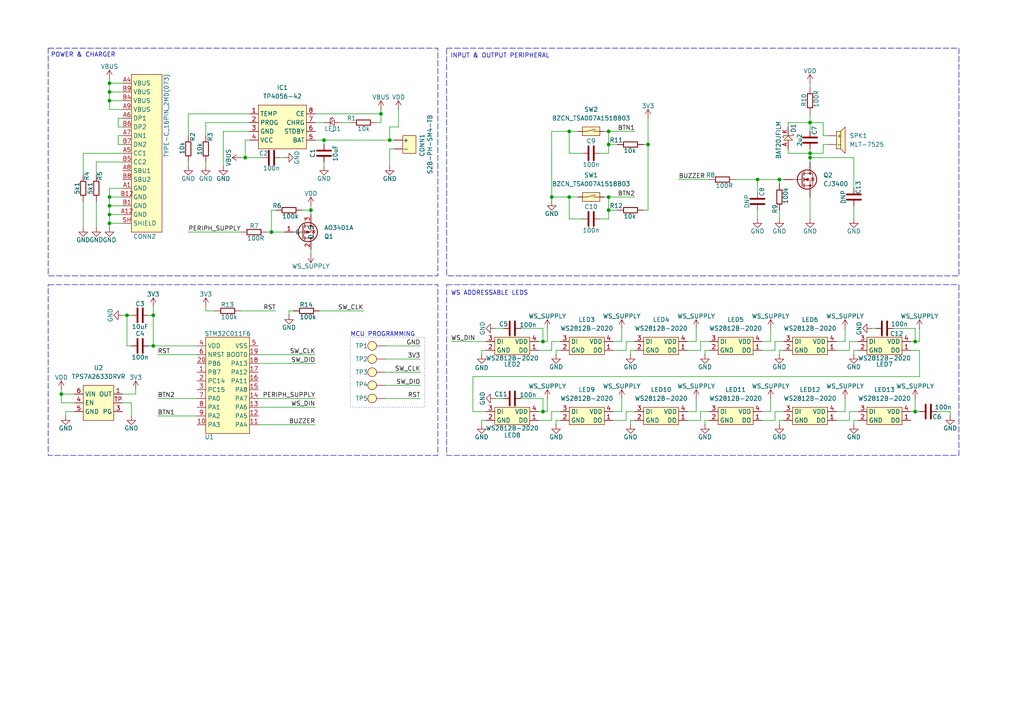
<source format=kicad_sch>
(kicad_sch (version 20250114) (generator "eeschema") (generator_version "9.0")
  (paper "A4")
  (lib_symbols
    (symbol "Borna KiCAD Libary:AO3401A"
      (property "Reference" "Q" (at 1.524 -3.556 0))
      (property "Value" "AO3401A" (at 3.556 0 90))
      (symbol "AO3401A_1_1"
        (pin input line (at -7.62 0 0) (length 2.54) (name "G") (number "1"))
        (pin passive line (at 0 5.08 270) (length 2.54) (name "D") (number "2"))
        (pin passive line (at 0 -5.08 90) (length 2.54) (name "S") (number "3"))
      )
    )
    (symbol "Borna KiCAD Libary:BAT20JFILM" (pin_names (hide yes))
      (property "Reference" "D" (at 0.762 -2.286 0))
      (property "Value" "BAT20JFILM" (at 0.762 2.54 0))
      (symbol "BAT20JFILM_1_1"
        (pin passive line (at -2.54 0 0) (length 2.54) (name "A") (number "A"))
        (pin passive line (at 3.81 0 180) (length 2.54) (name "K") (number "K"))
      )
    )
    (symbol "Borna KiCAD Libary:BZCN_TSA007A1518B03" (pin_numbers (hide yes)) (pin_names (hide yes))
      (property "Reference" "SW" (at 0 4.064 0))
      (property "Value" "BZCN_TSA007A1518B03" (at 0 2.286 0))
      (symbol "BZCN_TSA007A1518B03_1_1"
        (pin passive line (at -3.81 0 0) (length 1.27) (name "SW1") (number "1"))
        (pin passive line (at 0 -1.27 0) (length 0) (name "PAD") (number "PAD"))
        (pin passive line (at 3.81 0 180) (length 1.27) (name "SW2") (number "2"))
      )
    )
    (symbol "Borna KiCAD Libary:C0603" (pin_numbers (hide yes)) (pin_names (hide yes))
      (property "Reference" "C?" (at 0 3.81 0))
      (property "Value" "VALUE" (at 0 -3.81 0))
      (symbol "C0603_1_1"
        (pin passive line (at -2.54 0 0) (length 1.8) (name "~") (number "1"))
        (pin passive line (at 2.54 0 180) (length 1.8) (name "~") (number "2"))
      )
    )
    (symbol "Borna KiCAD Libary:C1206" (pin_numbers (hide yes)) (pin_names (hide yes))
      (property "Reference" "C?" (at 0 3.81 0))
      (property "Value" "VALUE" (at 0 -3.81 0))
      (symbol "C1206_1_1"
        (pin passive line (at -2.54 0 0) (length 1.8) (name "~") (number "1"))
        (pin passive line (at 2.54 0 180) (length 1.8) (name "~") (number "2"))
      )
    )
    (symbol "Borna KiCAD Libary:CJ3400" (pin_numbers (hide yes)) (pin_names (hide yes))
      (property "Reference" "Q" (at 1.524 -4.572 0))
      (property "Value" "CJ3400" (at 3.302 0 90))
      (symbol "CJ3400_1_1"
        (pin input line (at -7.62 0 0) (length 2.54) (name "G") (number "1"))
        (pin passive line (at 0 5.08 270) (length 2.54) (name "D") (number "2"))
        (pin passive line (at 0 -5.08 90) (length 2.54) (name "S") (number "3"))
      )
    )
    (symbol "Borna KiCAD Libary:LED_0603" (pin_numbers (hide yes)) (pin_names (hide yes))
      (property "Reference" "LED" (at 0 -1.778 0))
      (symbol "LED_0603_1_1"
        (pin passive line (at -2.54 0 0) (length 1.27) (name "A") (number "1"))
        (pin passive line (at 2.54 0 180) (length 1.27) (name "K") (number "2"))
      )
    )
    (symbol "Borna KiCAD Libary:MLT-7525" (pin_numbers (hide yes)) (pin_names (offset 0.002))
      (property "Reference" "SPK" (at 0 -4.572 0))
      (property "Value" "MLT-7525" (at 3.81 0 90))
      (symbol "MLT-7525_1_1"
        (pin passive line (at -2.54 1.27 0) (length 2.54) (name "+") (number "+"))
        (pin passive line (at -2.54 -1.27 0) (length 2.54) (name "-") (number "-"))
      )
    )
    (symbol "Borna KiCAD Libary:R0603" (pin_numbers (hide yes)) (pin_names (hide yes))
      (property "Reference" "R?" (at 0 2.54 0))
      (property "Value" "VALUE" (at 0 -2.54 0))
      (symbol "R0603_1_1"
        (pin passive line (at -3.81 0 0) (length 1.7) (name "~") (number "1"))
        (pin passive line (at 3.81 0 180) (length 1.7) (name "~") (number "2"))
      )
    )
    (symbol "Borna KiCAD Libary:S2B-PH-SM4-TB" (pin_numbers (hide yes)) (pin_names (offset 0.002))
      (property "Reference" "CONN" (at 1.778 -3.81 0))
      (property "Value" "S2B-PH-SM4-TB" (at 0.254 3.556 0))
      (symbol "S2B-PH-SM4-TB_1_1"
        (pin input line (at -2.54 1.27 0) (length 2.54) (name "+") (number "+"))
        (pin input line (at -2.54 -1.27 0) (length 2.54) (name "-") (number "-"))
      )
    )
    (symbol "Borna KiCAD Libary:STM32C011F6"
      (property "Reference" "IC" (at -5.588 -15.24 0))
      (property "Value" "STM32C011F6" (at 0 14.986 0))
      (symbol "STM32C011F6_1_1"
        (pin passive line (at -8.89 11.43 0) (length 2.54) (name "VDD") (number "4"))
        (pin passive line (at -8.89 8.89 0) (length 2.54) (name "NRST") (number "6"))
        (pin passive line (at -8.89 6.35 0) (length 2.54) (name "PB6") (number "20"))
        (pin passive line (at -8.89 3.81 0) (length 2.54) (name "PB7") (number "1"))
        (pin passive line (at -8.89 1.27 0) (length 2.54) (name "PC14") (number "2"))
        (pin passive line (at -8.89 -1.27 0) (length 2.54) (name "PC15") (number "3"))
        (pin passive line (at -8.89 -3.81 0) (length 2.54) (name "PA0") (number "7"))
        (pin passive line (at -8.89 -6.35 0) (length 2.54) (name "PA1") (number "8"))
        (pin passive line (at -8.89 -8.89 0) (length 2.54) (name "PA2") (number "9"))
        (pin passive line (at -8.89 -11.43 0) (length 2.54) (name "PA3") (number "10"))
        (pin passive line (at 8.89 11.43 180) (length 2.54) (name "VSS") (number "5"))
        (pin passive line (at 8.89 8.89 180) (length 2.54) (name "BOOT0") (number "19"))
        (pin passive line (at 8.89 6.35 180) (length 2.54) (name "PA13") (number "18"))
        (pin passive line (at 8.89 3.81 180) (length 2.54) (name "PA12") (number "17"))
        (pin passive line (at 8.89 1.27 180) (length 2.54) (name "PA11") (number "16"))
        (pin passive line (at 8.89 -1.27 180) (length 2.54) (name "PA8") (number "15"))
        (pin passive line (at 8.89 -3.81 180) (length 2.54) (name "PA7") (number "14"))
        (pin passive line (at 8.89 -6.35 180) (length 2.54) (name "PA6") (number "13"))
        (pin passive line (at 8.89 -8.89 180) (length 2.54) (name "PA5") (number "12"))
        (pin passive line (at 8.89 -11.43 180) (length 2.54) (name "PA4") (number "11"))
      )
    )
    (symbol "Borna KiCAD Libary:TP-1_5mm" (pin_numbers (hide yes)) (pin_names (hide yes))
      (property "Reference" "TP" (at 0 -1.778 0))
      (symbol "TP-1_5mm_1_1"
        (pin input line (at 1.27 0 180) (length 2.54) (name "TP") (number "1"))
      )
    )
    (symbol "Borna KiCAD Libary:TP4056-42"
      (property "Reference" "IC" (at -0.254 7.366 0))
      (property "Value" "TP4056-42" (at -0.254 -7.62 0))
      (symbol "TP4056-42_1_1"
        (pin passive line (at -10.16 3.81 0) (length 2.54) (name "TEMP") (number "1"))
        (pin passive line (at -10.16 1.27 0) (length 2.54) (name "PROG") (number "2"))
        (pin passive line (at -10.16 -1.27 0) (length 2.54) (name "GND") (number "3"))
        (pin passive line (at -10.16 -3.81 0) (length 2.54) (name "VCC") (number "4"))
        (pin passive line (at 8.89 3.81 180) (length 2.54) (name "CE") (number "8"))
        (pin passive line (at 8.89 1.27 180) (length 2.54) (name "CHRG") (number "7"))
        (pin passive line (at 8.89 -1.27 180) (length 2.54) (name "STDBY") (number "6"))
        (pin passive line (at 8.89 -3.81 180) (length 2.54) (name "BAT") (number "5"))
      )
    )
    (symbol "Borna KiCAD Libary:TPS7A2633DRVR"
      (property "Reference" "U" (at 0 -6.35 0))
      (property "Value" "TPS7A2633DRVR" (at 0.508 6.35 0))
      (symbol "TPS7A2633DRVR_1_1"
        (pin passive line (at -6.35 2.54 0) (length 2.54) (name "VIN") (number "6"))
        (pin passive line (at -6.35 0 0) (length 2.54) (name "EN") (number "4"))
        (pin passive line (at -6.35 -2.54 0) (length 2.54) (name "GND") (number "5"))
        (pin passive line (at 7.62 2.54 180) (length 2.54) (name "OUT") (number "1"))
        (pin passive line (at 7.62 0 180) (length 2.54) (name "") (number "TP"))
        (pin passive line (at 7.62 -2.54 180) (length 2.54) (name "PG") (number "3"))
      )
    )
    (symbol "Borna KiCAD Libary:TYPE-C_16PIN_2MD(073)"
      (property "Reference" "CONN" (at -0.254 -25.908 0))
      (property "Value" "TYPE-C_16PIN_2MD(073)" (at -0.254 -24.13 0))
      (symbol "TYPE-C_16PIN_2MD(073)_1_1"
        (pin passive line (at -6.35 20.32 0) (length 2.54) (name "VBUS") (number "A4"))
        (pin passive line (at -6.35 17.78 0) (length 2.54) (name "VBUS") (number "B9"))
        (pin passive line (at -6.35 15.24 0) (length 2.54) (name "VBUS") (number "B4"))
        (pin passive line (at -6.35 12.7 0) (length 2.54) (name "VBUS") (number "A9"))
        (pin passive line (at -6.35 10.16 0) (length 2.54) (name "DP1") (number "A6"))
        (pin passive line (at -6.35 7.62 0) (length 2.54) (name "DP2") (number "B6"))
        (pin passive line (at -6.35 5.08 0) (length 2.54) (name "DN1") (number "A7"))
        (pin passive line (at -6.35 2.54 0) (length 2.54) (name "DN2") (number "B7"))
        (pin passive line (at -6.35 0 0) (length 2.54) (name "CC1") (number "A5"))
        (pin passive line (at -6.35 -2.54 0) (length 2.54) (name "CC2") (number "B5"))
        (pin passive line (at -6.35 -5.08 0) (length 2.54) (name "SBU1") (number "A8"))
        (pin passive line (at -6.35 -7.62 0) (length 2.54) (name "SBU2") (number "B8"))
        (pin passive line (at -6.35 -10.16 0) (length 2.54) (name "GND") (number "A1"))
        (pin passive line (at -6.35 -12.7 0) (length 2.54) (name "GND") (number "B12"))
        (pin passive line (at -6.35 -15.24 0) (length 2.54) (name "GND") (number "B1"))
        (pin passive line (at -6.35 -17.78 0) (length 2.54) (name "GND") (number "A12"))
        (pin passive line (at -6.35 -20.32 0) (length 2.54) (name "SHIELD") (number "SH"))
      )
    )
    (symbol "Borna KiCAD Libary:WS2812B-2020"
      (property "Reference" "LED" (at 0 3.81 0))
      (property "Value" "WS2812B-2020" (at 0.254 -3.81 0))
      (symbol "WS2812B-2020_1_1"
        (pin passive line (at -7.62 1.27 0) (length 2.54) (name "DI") (number "3"))
        (pin passive line (at -7.62 -1.27 0) (length 2.54) (name "GND") (number "2"))
        (pin passive line (at 7.62 1.27 180) (length 2.54) (name "VDD") (number "4"))
        (pin passive line (at 7.62 -1.27 180) (length 2.54) (name "DO") (number "1"))
      )
    )
    (symbol "power:GND" (power) (pin_numbers (hide yes)) (pin_names (offset 0) (hide yes))
      (property "Value" "GND" (at 0 -3.81 0))
      (symbol "GND_1_1"
        (pin power_in line (at 0 0 270) (length 0) (name "~") (number "1"))
      )
    )
    (symbol "power:VDD" (power) (pin_numbers (hide yes)) (pin_names (offset 0) (hide yes))
      (property "Value" "VDD" (at 0 3.556 0))
      (symbol "VDD_1_1"
        (pin power_in line (at 0 0 90) (length 0) (name "~") (number "1"))
      )
    )
  )
  (rectangle (start 101.6 97.79) (end 123.19 118.11) (stroke (width 0) (type dot)))
  (rectangle (start 129.54 82.55) (end 278.13 132.08) (stroke (width 0) (type dash)))
  (rectangle (start 13.97 82.55) (end 127 132.08) (stroke (width 0) (type dash)))
  (rectangle (start 13.97 13.97) (end 127 80.01) (stroke (width 0) (type dash)))
  (rectangle (start 129.54 13.97) (end 278.13 80.01) (stroke (width 0) (type dash)))
  (text "INPUT & OUTPUT PERIPHERAL" (at 145.034 16.256 0) (effects (font (size 1.27 1.27))))
  (text "POWER & CHARGER" (at 24.13 16.002 0) (effects (font (size 1.27 1.27))))
  (text "WS ADDRESSABLE LEDS" (at 141.986 85.09 0) (effects (font (size 1.27 1.27))))
  (text "MCU PROGRAMMING" (at 101.6 97.79 0) (effects (font (size 1.27 1.27)) (justify left bottom)))
  (junction (at 31.75 57.15))
  (junction (at 265.43 119.38))
  (junction (at 165.1 57.15))
  (junction (at 176.53 38.1))
  (junction (at 226.06 52.07))
  (junction (at 187.96 41.91))
  (junction (at 176.53 41.91))
  (junction (at 165.1 38.1))
  (junction (at 234.95 45.72))
  (junction (at 93.98 40.64))
  (junction (at 31.75 59.69))
  (junction (at 113.03 40.64))
  (junction (at 176.53 60.96))
  (junction (at 157.48 119.38))
  (junction (at 17.78 114.3))
  (junction (at 31.75 62.23))
  (junction (at 31.75 24.13))
  (junction (at 31.75 29.21))
  (junction (at 78.74 67.31))
  (junction (at 265.43 99.06))
  (junction (at 44.45 91.44))
  (junction (at 44.45 100.33))
  (junction (at 160.02 57.15))
  (junction (at 157.48 99.06))
  (junction (at 110.49 33.02))
  (junction (at 176.53 57.15))
  (junction (at 71.12 45.72))
  (junction (at 36.83 91.44))
  (junction (at 31.75 26.67))
  (junction (at 234.95 35.56))
  (junction (at 234.95 44.45))
  (junction (at 31.75 64.77))
  (junction (at 90.17 60.96))
  (junction (at 219.71 52.07))
  (wire (pts (xy 176.53 44.45) (xy 176.53 41.91)))
  (wire (pts (xy 137.16 119.38) (xy 137.16 109.22)))
  (wire (pts (xy 78.74 60.96) (xy 80.01 60.96)))
  (wire (pts (xy 36.83 91.44) (xy 38.1 91.44)))
  (wire (pts (xy 203.2 119.38) (xy 205.74 119.38)))
  (wire (pts (xy 59.69 90.17) (xy 62.23 90.17)))
  (wire (pts (xy 187.96 34.29) (xy 187.96 41.91)))
  (wire (pts (xy 143.51 115.57) (xy 146.05 115.57)))
  (wire (pts (xy 31.75 62.23) (xy 35.56 62.23)))
  (wire (pts (xy 77.47 67.31) (xy 78.74 67.31)))
  (wire (pts (xy 165.1 44.45) (xy 165.1 38.1)))
  (wire (pts (xy 247.65 54.61) (xy 247.65 45.72)))
  (wire (pts (xy 176.53 63.5) (xy 176.53 60.96)))
  (wire (pts (xy 19.05 119.38) (xy 19.05 120.65)))
  (wire (pts (xy 160.02 101.6) (xy 160.02 99.06)))
  (wire (pts (xy 165.1 63.5) (xy 168.91 63.5)))
  (wire (pts (xy 74.93 105.41) (xy 91.44 105.41)))
  (wire (pts (xy 54.61 33.02) (xy 54.61 39.37)))
  (wire (pts (xy 226.06 101.6) (xy 226.06 102.87)))
  (wire (pts (xy 83.82 90.17) (xy 83.82 91.44)))
  (wire (pts (xy 59.69 88.9) (xy 59.69 90.17)))
  (wire (pts (xy 234.95 44.45) (xy 238.76 44.45)))
  (wire (pts (xy 91.44 40.64) (xy 93.98 40.64)))
  (wire (pts (xy 72.39 33.02) (xy 54.61 33.02)))
  (wire (pts (xy 177.8 119.38) (xy 180.34 119.38)))
  (wire (pts (xy 160.02 119.38) (xy 162.56 119.38)))
  (wire (pts (xy 140.97 119.38) (xy 137.16 119.38)))
  (wire (pts (xy 156.21 99.06) (xy 157.48 99.06)))
  (wire (pts (xy 156.21 101.6) (xy 160.02 101.6)))
  (wire (pts (xy 242.57 99.06) (xy 245.11 99.06)))
  (wire (pts (xy 31.75 62.23) (xy 31.75 64.77)))
  (wire (pts (xy 234.95 33.02) (xy 234.95 35.56)))
  (wire (pts (xy 35.56 34.29) (xy 34.29 34.29)))
  (wire (pts (xy 140.97 121.92) (xy 139.7 121.92)))
  (wire (pts (xy 176.53 60.96) (xy 176.53 57.15)))
  (wire (pts (xy 165.1 57.15) (xy 160.02 57.15)))
  (wire (pts (xy 247.65 121.92) (xy 247.65 123.19)))
  (wire (pts (xy 81.28 45.72) (xy 82.55 45.72)))
  (wire (pts (xy 184.15 121.92) (xy 182.88 121.92)))
  (wire (pts (xy 224.79 99.06) (xy 227.33 99.06)))
  (wire (pts (xy 227.33 101.6) (xy 226.06 101.6)))
  (wire (pts (xy 167.64 57.15) (xy 165.1 57.15)))
  (wire (pts (xy 54.61 46.99) (xy 54.61 48.26)))
  (wire (pts (xy 177.8 99.06) (xy 180.34 99.06)))
  (wire (pts (xy 35.56 46.99) (xy 27.94 46.99)))
  (wire (pts (xy 246.38 99.06) (xy 248.92 99.06)))
  (wire (pts (xy 219.71 60.96) (xy 219.71 63.5)))
  (wire (pts (xy 160.02 57.15) (xy 160.02 58.42)))
  (wire (pts (xy 266.7 109.22) (xy 266.7 101.6)))
  (wire (pts (xy 219.71 52.07) (xy 219.71 55.88)))
  (wire (pts (xy 266.7 95.25) (xy 266.7 99.06)))
  (wire (pts (xy 143.51 95.25) (xy 146.05 95.25)))
  (wire (pts (xy 31.75 31.75) (xy 31.75 29.21)))
  (wire (pts (xy 34.29 36.83) (xy 35.56 36.83)))
  (wire (pts (xy 186.69 41.91) (xy 187.96 41.91)))
  (wire (pts (xy 31.75 57.15) (xy 31.75 59.69)))
  (wire (pts (xy 111.76 115.57) (xy 121.92 115.57)))
  (wire (pts (xy 90.17 60.96) (xy 90.17 62.23)))
  (wire (pts (xy 220.98 99.06) (xy 223.52 99.06)))
  (wire (pts (xy 271.78 119.38) (xy 275.59 119.38)))
  (wire (pts (xy 140.97 101.6) (xy 139.7 101.6)))
  (wire (pts (xy 238.76 41.91) (xy 238.76 44.45)))
  (wire (pts (xy 35.56 26.67) (xy 31.75 26.67)))
  (wire (pts (xy 175.26 57.15) (xy 176.53 57.15)))
  (wire (pts (xy 162.56 101.6) (xy 161.29 101.6)))
  (wire (pts (xy 85.09 90.17) (xy 83.82 90.17)))
  (wire (pts (xy 266.7 101.6) (xy 264.16 101.6)))
  (wire (pts (xy 17.78 116.84) (xy 21.59 116.84)))
  (wire (pts (xy 93.98 40.64) (xy 93.98 41.91)))
  (wire (pts (xy 160.02 38.1) (xy 165.1 38.1)))
  (wire (pts (xy 93.98 46.99) (xy 93.98 48.26)))
  (wire (pts (xy 275.59 119.38) (xy 275.59 120.65)))
  (wire (pts (xy 224.79 119.38) (xy 227.33 119.38)))
  (wire (pts (xy 59.69 46.99) (xy 59.69 48.26)))
  (wire (pts (xy 31.75 54.61) (xy 31.75 57.15)))
  (wire (pts (xy 115.57 31.75) (xy 115.57 36.83)))
  (wire (pts (xy 227.33 121.92) (xy 226.06 121.92)))
  (wire (pts (xy 45.72 120.65) (xy 57.15 120.65)))
  (wire (pts (xy 92.71 90.17) (xy 105.41 90.17)))
  (wire (pts (xy 72.39 38.1) (xy 64.77 38.1)))
  (wire (pts (xy 35.56 114.3) (xy 39.37 114.3)))
  (wire (pts (xy 31.75 59.69) (xy 31.75 62.23)))
  (wire (pts (xy 139.7 121.92) (xy 139.7 123.19)))
  (wire (pts (xy 137.16 109.22) (xy 266.7 109.22)))
  (wire (pts (xy 220.98 121.92) (xy 224.79 121.92)))
  (wire (pts (xy 157.48 119.38) (xy 158.75 119.38)))
  (wire (pts (xy 245.11 95.25) (xy 245.11 99.06)))
  (wire (pts (xy 219.71 52.07) (xy 226.06 52.07)))
  (wire (pts (xy 203.2 101.6) (xy 203.2 99.06)))
  (wire (pts (xy 43.18 91.44) (xy 44.45 91.44)))
  (wire (pts (xy 111.76 111.76) (xy 121.92 111.76)))
  (wire (pts (xy 113.03 36.83) (xy 113.03 40.64)))
  (wire (pts (xy 43.18 100.33) (xy 44.45 100.33)))
  (wire (pts (xy 246.38 119.38) (xy 248.92 119.38)))
  (wire (pts (xy 247.65 45.72) (xy 234.95 45.72)))
  (wire (pts (xy 220.98 119.38) (xy 223.52 119.38)))
  (wire (pts (xy 205.74 101.6) (xy 204.47 101.6)))
  (wire (pts (xy 71.12 45.72) (xy 76.2 45.72)))
  (wire (pts (xy 111.76 100.33) (xy 121.92 100.33)))
  (wire (pts (xy 157.48 99.06) (xy 158.75 99.06)))
  (wire (pts (xy 157.48 95.25) (xy 157.48 99.06)))
  (wire (pts (xy 181.61 99.06) (xy 184.15 99.06)))
  (wire (pts (xy 69.85 90.17) (xy 80.01 90.17)))
  (wire (pts (xy 240.03 41.91) (xy 238.76 41.91)))
  (wire (pts (xy 109.22 35.56) (xy 110.49 35.56)))
  (wire (pts (xy 157.48 115.57) (xy 157.48 119.38)))
  (wire (pts (xy 234.95 43.18) (xy 234.95 44.45)))
  (wire (pts (xy 113.03 48.26) (xy 113.03 43.18)))
  (wire (pts (xy 247.65 101.6) (xy 247.65 102.87)))
  (wire (pts (xy 203.2 121.92) (xy 203.2 119.38)))
  (wire (pts (xy 173.99 44.45) (xy 176.53 44.45)))
  (wire (pts (xy 224.79 119.38) (xy 224.79 121.92)))
  (wire (pts (xy 110.49 31.75) (xy 110.49 33.02)))
  (wire (pts (xy 31.75 64.77) (xy 35.56 64.77)))
  (wire (pts (xy 74.93 102.87) (xy 91.44 102.87)))
  (wire (pts (xy 31.75 57.15) (xy 35.56 57.15)))
  (wire (pts (xy 44.45 100.33) (xy 57.15 100.33)))
  (wire (pts (xy 151.13 95.25) (xy 157.48 95.25)))
  (wire (pts (xy 31.75 64.77) (xy 31.75 66.04)))
  (wire (pts (xy 201.93 95.25) (xy 201.93 99.06)))
  (wire (pts (xy 110.49 33.02) (xy 110.49 35.56)))
  (wire (pts (xy 72.39 40.64) (xy 71.12 40.64)))
  (wire (pts (xy 182.88 101.6) (xy 182.88 102.87)))
  (wire (pts (xy 31.75 22.86) (xy 31.75 24.13)))
  (wire (pts (xy 59.69 35.56) (xy 59.69 39.37)))
  (wire (pts (xy 38.1 116.84) (xy 38.1 120.65)))
  (wire (pts (xy 64.77 38.1) (xy 64.77 48.26)))
  (wire (pts (xy 111.76 107.95) (xy 121.92 107.95)))
  (wire (pts (xy 220.98 101.6) (xy 224.79 101.6)))
  (wire (pts (xy 35.56 24.13) (xy 31.75 24.13)))
  (wire (pts (xy 175.26 38.1) (xy 176.53 38.1)))
  (wire (pts (xy 180.34 115.57) (xy 180.34 119.38)))
  (wire (pts (xy 181.61 119.38) (xy 181.61 121.92)))
  (wire (pts (xy 24.13 58.42) (xy 24.13 66.04)))
  (wire (pts (xy 74.93 115.57) (xy 91.44 115.57)))
  (wire (pts (xy 17.78 113.03) (xy 17.78 114.3)))
  (wire (pts (xy 156.21 121.92) (xy 160.02 121.92)))
  (wire (pts (xy 91.44 35.56) (xy 93.98 35.56)))
  (wire (pts (xy 226.06 60.96) (xy 226.06 63.5)))
  (wire (pts (xy 245.11 115.57) (xy 245.11 119.38)))
  (wire (pts (xy 203.2 99.06) (xy 205.74 99.06)))
  (wire (pts (xy 246.38 101.6) (xy 246.38 99.06)))
  (wire (pts (xy 224.79 101.6) (xy 224.79 99.06)))
  (wire (pts (xy 36.83 91.44) (xy 36.83 100.33)))
  (wire (pts (xy 45.72 115.57) (xy 57.15 115.57)))
  (wire (pts (xy 35.56 31.75) (xy 31.75 31.75)))
  (wire (pts (xy 234.95 35.56) (xy 228.6 35.56)))
  (wire (pts (xy 31.75 29.21) (xy 35.56 29.21)))
  (wire (pts (xy 234.95 45.72) (xy 234.95 46.99)))
  (wire (pts (xy 226.06 52.07) (xy 226.06 53.34)))
  (wire (pts (xy 90.17 59.69) (xy 90.17 60.96)))
  (wire (pts (xy 168.91 44.45) (xy 165.1 44.45)))
  (wire (pts (xy 158.75 115.57) (xy 158.75 119.38)))
  (wire (pts (xy 34.29 34.29) (xy 34.29 36.83)))
  (wire (pts (xy 91.44 33.02) (xy 110.49 33.02)))
  (wire (pts (xy 234.95 24.13) (xy 234.95 25.4)))
  (wire (pts (xy 265.43 119.38) (xy 266.7 119.38)))
  (wire (pts (xy 179.07 41.91) (xy 176.53 41.91)))
  (wire (pts (xy 161.29 101.6) (xy 161.29 102.87)))
  (wire (pts (xy 162.56 121.92) (xy 161.29 121.92)))
  (wire (pts (xy 247.65 59.69) (xy 247.65 63.5)))
  (wire (pts (xy 173.99 63.5) (xy 176.53 63.5)))
  (wire (pts (xy 54.61 67.31) (xy 69.85 67.31)))
  (wire (pts (xy 90.17 72.39) (xy 90.17 73.66)))
  (wire (pts (xy 165.1 38.1) (xy 167.64 38.1)))
  (wire (pts (xy 161.29 121.92) (xy 161.29 123.19)))
  (wire (pts (xy 204.47 121.92) (xy 204.47 123.19)))
  (wire (pts (xy 139.7 101.6) (xy 139.7 102.87)))
  (wire (pts (xy 228.6 43.18) (xy 228.6 44.45)))
  (wire (pts (xy 223.52 95.25) (xy 223.52 99.06)))
  (wire (pts (xy 31.75 59.69) (xy 35.56 59.69)))
  (wire (pts (xy 242.57 101.6) (xy 246.38 101.6)))
  (wire (pts (xy 252.73 95.25) (xy 254 95.25)))
  (wire (pts (xy 199.39 101.6) (xy 203.2 101.6)))
  (wire (pts (xy 78.74 67.31) (xy 78.74 60.96)))
  (wire (pts (xy 201.93 115.57) (xy 201.93 119.38)))
  (wire (pts (xy 228.6 35.56) (xy 228.6 36.83)))
  (wire (pts (xy 158.75 99.06) (xy 158.75 95.25)))
  (wire (pts (xy 179.07 60.96) (xy 176.53 60.96)))
  (wire (pts (xy 264.16 99.06) (xy 265.43 99.06)))
  (wire (pts (xy 115.57 36.83) (xy 113.03 36.83)))
  (wire (pts (xy 242.57 121.92) (xy 246.38 121.92)))
  (wire (pts (xy 45.72 102.87) (xy 57.15 102.87)))
  (wire (pts (xy 238.76 35.56) (xy 234.95 35.56)))
  (wire (pts (xy 39.37 114.3) (xy 39.37 113.03)))
  (wire (pts (xy 238.76 39.37) (xy 240.03 39.37)))
  (wire (pts (xy 160.02 57.15) (xy 160.02 38.1)))
  (wire (pts (xy 234.95 57.15) (xy 234.95 63.5)))
  (wire (pts (xy 99.06 35.56) (xy 101.6 35.56)))
  (wire (pts (xy 87.63 60.96) (xy 90.17 60.96)))
  (wire (pts (xy 44.45 88.9) (xy 44.45 91.44)))
  (wire (pts (xy 71.12 40.64) (xy 71.12 45.72)))
  (wire (pts (xy 35.56 44.45) (xy 24.13 44.45)))
  (wire (pts (xy 111.76 104.14) (xy 121.92 104.14)))
  (wire (pts (xy 130.81 99.06) (xy 140.97 99.06)))
  (wire (pts (xy 31.75 26.67) (xy 31.75 29.21)))
  (wire (pts (xy 35.56 116.84) (xy 38.1 116.84)))
  (wire (pts (xy 248.92 121.92) (xy 247.65 121.92)))
  (wire (pts (xy 265.43 115.57) (xy 265.43 119.38)))
  (wire (pts (xy 181.61 101.6) (xy 181.61 99.06)))
  (wire (pts (xy 17.78 114.3) (xy 21.59 114.3)))
  (wire (pts (xy 180.34 95.25) (xy 180.34 99.06)))
  (wire (pts (xy 38.1 100.33) (xy 36.83 100.33)))
  (wire (pts (xy 35.56 39.37) (xy 34.29 39.37)))
  (wire (pts (xy 234.95 44.45) (xy 234.95 45.72)))
  (wire (pts (xy 213.36 52.07) (xy 219.71 52.07)))
  (wire (pts (xy 156.21 119.38) (xy 157.48 119.38)))
  (wire (pts (xy 113.03 40.64) (xy 114.3 40.64)))
  (wire (pts (xy 223.52 115.57) (xy 223.52 119.38)))
  (wire (pts (xy 160.02 121.92) (xy 160.02 119.38)))
  (wire (pts (xy 265.43 95.25) (xy 265.43 99.06)))
  (wire (pts (xy 69.85 45.72) (xy 71.12 45.72)))
  (wire (pts (xy 265.43 99.06) (xy 266.7 99.06)))
  (wire (pts (xy 176.53 41.91) (xy 176.53 38.1)))
  (wire (pts (xy 199.39 119.38) (xy 201.93 119.38)))
  (wire (pts (xy 17.78 114.3) (xy 17.78 116.84)))
  (wire (pts (xy 238.76 39.37) (xy 238.76 35.56)))
  (wire (pts (xy 228.6 44.45) (xy 234.95 44.45)))
  (wire (pts (xy 259.08 95.25) (xy 265.43 95.25)))
  (wire (pts (xy 160.02 99.06) (xy 162.56 99.06)))
  (wire (pts (xy 177.8 121.92) (xy 181.61 121.92)))
  (wire (pts (xy 204.47 101.6) (xy 204.47 102.87)))
  (wire (pts (xy 181.61 119.38) (xy 184.15 119.38)))
  (wire (pts (xy 165.1 57.15) (xy 165.1 63.5)))
  (wire (pts (xy 196.85 52.07) (xy 205.74 52.07)))
  (wire (pts (xy 21.59 119.38) (xy 19.05 119.38)))
  (wire (pts (xy 242.57 119.38) (xy 245.11 119.38)))
  (wire (pts (xy 35.56 54.61) (xy 31.75 54.61)))
  (wire (pts (xy 82.55 67.31) (xy 78.74 67.31)))
  (wire (pts (xy 246.38 119.38) (xy 246.38 121.92)))
  (wire (pts (xy 205.74 121.92) (xy 204.47 121.92)))
  (wire (pts (xy 176.53 38.1) (xy 184.15 38.1)))
  (wire (pts (xy 187.96 41.91) (xy 187.96 60.96)))
  (wire (pts (xy 264.16 119.38) (xy 265.43 119.38)))
  (wire (pts (xy 34.29 41.91) (xy 35.56 41.91)))
  (wire (pts (xy 182.88 121.92) (xy 182.88 123.19)))
  (wire (pts (xy 27.94 46.99) (xy 27.94 50.8)))
  (wire (pts (xy 74.93 123.19) (xy 91.44 123.19)))
  (wire (pts (xy 199.39 121.92) (xy 203.2 121.92)))
  (wire (pts (xy 93.98 40.64) (xy 113.03 40.64)))
  (wire (pts (xy 113.03 43.18) (xy 114.3 43.18)))
  (wire (pts (xy 44.45 91.44) (xy 44.45 100.33)))
  (wire (pts (xy 226.06 121.92) (xy 226.06 123.19)))
  (wire (pts (xy 31.75 24.13) (xy 31.75 26.67)))
  (wire (pts (xy 234.95 35.56) (xy 234.95 38.1)))
  (wire (pts (xy 74.93 118.11) (xy 91.44 118.11)))
  (wire (pts (xy 187.96 60.96) (xy 186.69 60.96)))
  (wire (pts (xy 248.92 101.6) (xy 247.65 101.6)))
  (wire (pts (xy 151.13 115.57) (xy 157.48 115.57)))
  (wire (pts (xy 72.39 35.56) (xy 59.69 35.56)))
  (wire (pts (xy 176.53 57.15) (xy 184.15 57.15)))
  (wire (pts (xy 34.29 39.37) (xy 34.29 41.91)))
  (wire (pts (xy 226.06 52.07) (xy 227.33 52.07)))
  (wire (pts (xy 184.15 101.6) (xy 182.88 101.6)))
  (wire (pts (xy 177.8 101.6) (xy 181.61 101.6)))
  (wire (pts (xy 27.94 58.42) (xy 27.94 66.04)))
  (wire (pts (xy 35.56 91.44) (xy 36.83 91.44)))
  (wire (pts (xy 24.13 44.45) (xy 24.13 50.8)))
  (wire (pts (xy 199.39 99.06) (xy 201.93 99.06)))
  (label "BTN1" (at 184.15 38.1 180))
  (label "BUZZER" (at 91.44 123.19 180))
  (label "RST" (at 121.92 115.57 180))
  (label "RST" (at 45.72 102.87 0))
  (label "SW_CLK" (at 105.41 90.17 180))
  (label "GND" (at 121.92 100.33 180))
  (label "RST" (at 80.01 90.17 180))
  (label "BTN2" (at 45.72 115.57 0))
  (label "PERIPH_SUPPLY" (at 91.44 115.57 180))
  (label "BTN1" (at 45.72 120.65 0))
  (label "SW_CLK" (at 121.92 107.95 180))
  (label "BTN2" (at 184.15 57.15 180))
  (label "PERIPH_SUPPLY" (at 54.61 67.31 0))
  (label "SW_CLK" (at 91.44 102.87 180))
  (label "WS_DIN" (at 91.44 118.11 180))
  (label "3V3" (at 121.92 104.14 180))
  (label "WS_DIN" (at 130.81 99.06 0))
  (label "SW_DIO" (at 91.44 105.41 180))
  (label "SW_DIO" (at 121.92 111.76 180))
  (label "BUZZER" (at 196.85 52.07 0))
  (symbol (lib_id "Borna KiCAD Libary:BZCN_TSA007A1518B03") (at 171.45 57.15 0) (unit 1)
    (property "Reference" "SW1" (at 171.45 50.8 0))
    (property "Value" "BZCN_TSA007A1518B03" (at 171.45 53.34 0))
    (property "Footprint" "Borna KiCAD Library:TSA007A1518B03" (effects (hide yes)))
    (property "Description" "C2888419" (effects (hide yes)))
  )
  (symbol (lib_id "power:GND") (at 161.29 123.19 0) (unit 1)
    (property "Reference" "#PWR036" (effects (hide yes)))
    (property "Value" "GND" (at 161.29 126.746 0))
    (property "Description" "Power symbol creates a global label with name \"GND\" , ground" (effects (hide yes)))
  )
  (symbol (lib_id "power:GND") (at 247.65 123.19 0) (unit 1)
    (property "Reference" "#PWR040" (effects (hide yes)))
    (property "Value" "GND" (at 247.65 126.746 0))
    (property "Description" "Power symbol creates a global label with name \"GND\" , ground" (effects (hide yes)))
  )
  (symbol (lib_id "power:VDD") (at 17.78 113.03 0) (unit 1)
    (property "Reference" "#PWR058" (effects (hide yes)))
    (property "Value" "VDD" (at 17.78 109.474 0))
    (property "Description" "Power symbol creates a global label with name \"VDD\"" (effects (hide yes)))
  )
  (symbol (lib_id "Borna KiCAD Libary:WS2812B-2020") (at 234.95 100.33 0) (unit 1)
    (property "Reference" "LED6" (at 234.95 92.71 0))
    (property "Value" "WS2812B-2020" (at 234.95 95.25 0))
    (property "Footprint" "Borna KiCAD Library:WS2812B-2020" (effects (hide yes)))
  )
  (symbol (lib_id "power:GND") (at 182.88 102.87 0) (unit 1)
    (property "Reference" "#PWR024" (effects (hide yes)))
    (property "Value" "GND" (at 182.88 106.426 0))
    (property "Description" "Power symbol creates a global label with name \"GND\" , ground" (effects (hide yes)))
  )
  (symbol (lib_id "Borna KiCAD Libary:WS2812B-2020") (at 170.18 120.65 0) (unit 1)
    (property "Reference" "LED9" (at 170.18 113.03 0))
    (property "Value" "WS2812B-2020" (at 170.18 115.57 0))
    (property "Footprint" "Borna KiCAD Library:WS2812B-2020" (effects (hide yes)))
  )
  (symbol (lib_id "Borna KiCAD Libary:WS2812B-2020") (at 148.59 120.65 0) (unit 1)
    (property "Reference" "LED8" (at 148.59 126.238 0))
    (property "Value" "WS2812B-2020" (at 148.59 124.206 0))
    (property "Footprint" "Borna KiCAD Library:WS2812B-2020" (effects (hide yes)))
  )
  (symbol (lib_id "power:VDD") (at 265.43 115.57 0) (unit 1)
    (property "Reference" "#PWR033" (effects (hide yes)))
    (property "Value" "WS_SUPPLY" (at 265.43 112.014 0))
    (property "Description" "Power symbol creates a global label with name \"VDD\"" (effects (hide yes)))
  )
  (symbol (lib_id "power:VDD") (at 223.52 115.57 0) (unit 1)
    (property "Reference" "#PWR031" (effects (hide yes)))
    (property "Value" "WS_SUPPLY" (at 223.52 112.014 0))
    (property "Description" "Power symbol creates a global label with name \"VDD\"" (effects (hide yes)))
  )
  (symbol (lib_id "power:VDD") (at 31.75 22.86 0) (unit 1)
    (property "Reference" "#PWR01" (effects (hide yes)))
    (property "Value" "VBUS" (at 31.75 19.304 0))
    (property "Description" "Power symbol creates a global label with name \"VDD\"" (effects (hide yes)))
  )
  (symbol (lib_id "power:VDD") (at 245.11 95.25 0) (unit 1)
    (property "Reference" "#PWR020" (effects (hide yes)))
    (property "Value" "WS_SUPPLY" (at 245.11 91.694 0))
    (property "Description" "Power symbol creates a global label with name \"VDD\"" (effects (hide yes)))
  )
  (symbol (lib_id "Borna KiCAD Libary:MLT-7525") (at 242.57 40.64 0) (unit 1)
    (property "Reference" "SPK1" (at 246.38 39.3699 0) (effects (justify left)))
    (property "Value" "MLT-7525" (at 246.38 41.9099 0) (effects (justify left)))
    (property "Footprint" "Borna KiCAD Library:MTL-7525" (effects (hide yes)))
  )
  (symbol (lib_id "Borna KiCAD Libary:R0603") (at 209.55 52.07 180) (unit 1)
    (property "Reference" "R8" (at 204.724 50.8 0) (effects (justify right)))
    (property "Value" "100R" (at 207.518 53.848 0) (effects (justify right)))
    (property "Footprint" "Borna KiCAD Library:R0603" (effects (hide yes)))
  )
  (symbol (lib_id "power:GND") (at 64.77 48.26 0) (unit 1)
    (property "Reference" "#PWR07" (effects (hide yes)))
    (property "Value" "GND" (at 64.77 51.816 0))
    (property "Description" "Power symbol creates a global label with name \"GND\" , ground" (effects (hide yes)))
  )
  (symbol (lib_id "power:VDD") (at 90.17 73.66 180) (unit 1)
    (property "Reference" "#PWR041" (effects (hide yes)))
    (property "Value" "WS_SUPPLY" (at 90.17 77.216 0))
    (property "Description" "Power symbol creates a global label with name \"VDD\"" (effects (hide yes)))
  )
  (symbol (lib_id "Borna KiCAD Libary:WS2812B-2020") (at 213.36 100.33 0) (unit 1)
    (property "Reference" "LED5" (at 213.36 92.71 0))
    (property "Value" "WS2812B-2020" (at 213.36 95.25 0))
    (property "Footprint" "Borna KiCAD Library:WS2812B-2020" (effects (hide yes)))
  )
  (symbol (lib_id "power:GND") (at 27.94 66.04 0) (unit 1)
    (property "Reference" "#PWR011" (effects (hide yes)))
    (property "Value" "GND" (at 27.94 69.596 0))
    (property "Description" "Power symbol creates a global label with name \"GND\" , ground" (effects (hide yes)))
  )
  (symbol (lib_id "Borna KiCAD Libary:C0603") (at 256.54 95.25 0) (unit 1)
    (property "Reference" "C12" (at 260.096 96.774 0))
    (property "Value" "100n" (at 260.858 93.98 0))
    (property "Footprint" "Borna KiCAD Library:C0603" (effects (hide yes)))
  )
  (symbol (lib_id "Borna KiCAD Libary:R0603") (at 226.06 57.15 270) (unit 1)
    (property "Reference" "R9" (at 224.79 61.976 0) (effects (justify right)))
    (property "Value" "100k" (at 227.838 59.182 0) (effects (justify right)))
    (property "Footprint" "Borna KiCAD Library:R0603" (effects (hide yes)))
  )
  (symbol (lib_id "Borna KiCAD Libary:TP4056-42") (at 82.55 36.83 0) (unit 1)
    (property "Reference" "IC1" (at 81.915 25.4 0))
    (property "Value" "TP4056-42" (at 81.915 27.94 0))
    (property "Footprint" "Borna KiCAD Library:EMSOP" (effects (hide yes)))
  )
  (symbol (lib_id "power:GND") (at 139.7 123.19 0) (unit 1)
    (property "Reference" "#PWR035" (effects (hide yes)))
    (property "Value" "GND" (at 139.7 126.746 0))
    (property "Description" "Power symbol creates a global label with name \"GND\" , ground" (effects (hide yes)))
  )
  (symbol (lib_id "power:GND") (at 143.51 95.25 270) (unit 1)
    (property "Reference" "#PWR015" (effects (hide yes)))
    (property "Value" "GND" (at 139.954 95.25 0))
    (property "Description" "Power symbol creates a global label with name \"GND\" , ground" (effects (hide yes)))
  )
  (symbol (lib_id "power:VDD") (at 201.93 115.57 0) (unit 1)
    (property "Reference" "#PWR030" (effects (hide yes)))
    (property "Value" "WS_SUPPLY" (at 201.93 112.014 0))
    (property "Description" "Power symbol creates a global label with name \"VDD\"" (effects (hide yes)))
  )
  (symbol (lib_id "Borna KiCAD Libary:R0603") (at 88.9 90.17 180) (unit 1)
    (property "Reference" "R14" (at 86.868 88.392 0) (effects (justify right)))
    (property "Value" "100k" (at 86.868 91.948 0) (effects (justify right)))
    (property "Footprint" "Borna KiCAD Library:R0603" (effects (hide yes)))
  )
  (symbol (lib_id "Borna KiCAD Libary:WS2812B-2020") (at 148.59 100.33 0) (unit 1)
    (property "Reference" "LED2" (at 148.59 105.664 0))
    (property "Value" "WS2812B-2020" (at 148.59 103.886 0))
    (property "Footprint" "Borna KiCAD Library:WS2812B-2020" (effects (hide yes)))
  )
  (symbol (lib_id "power:VDD") (at 110.49 31.75 0) (unit 1)
    (property "Reference" "#PWR02" (effects (hide yes)))
    (property "Value" "VBUS" (at 110.49 28.194 0))
    (property "Description" "Power symbol creates a global label with name \"VDD\"" (effects (hide yes)))
  )
  (symbol (lib_id "Borna KiCAD Libary:S2B-PH-SM4-TB") (at 116.84 41.91 0) (unit 1)
    (property "Reference" "CONN1" (at 122.428 45.466 90) (effects (justify left)))
    (property "Value" "S2B-PH-SM4-TB" (at 124.714 50.546 90) (effects (justify left)))
    (property "Footprint" "Borna KiCAD Library:JST_S2B-PH-SM4-TB" (effects (hide yes)))
  )
  (symbol (lib_id "power:GND") (at 182.88 123.19 0) (unit 1)
    (property "Reference" "#PWR037" (effects (hide yes)))
    (property "Value" "GND" (at 182.88 126.746 0))
    (property "Description" "Power symbol creates a global label with name \"GND\" , ground" (effects (hide yes)))
  )
  (symbol (lib_id "power:VDD") (at 69.85 45.72 90) (unit 1)
    (property "Reference" "#PWR03" (effects (hide yes)))
    (property "Value" "VBUS" (at 66.294 45.72 0))
    (property "Description" "Power symbol creates a global label with name \"VDD\"" (effects (hide yes)))
  )
  (symbol (lib_id "power:GND") (at 204.47 102.87 0) (unit 1)
    (property "Reference" "#PWR025" (effects (hide yes)))
    (property "Value" "GND" (at 204.47 106.426 0))
    (property "Description" "Power symbol creates a global label with name \"GND\" , ground" (effects (hide yes)))
  )
  (symbol (lib_id "Borna KiCAD Libary:WS2812B-2020") (at 234.95 120.65 0) (unit 1)
    (property "Reference" "LED12" (at 234.95 113.03 0))
    (property "Value" "WS2812B-2020" (at 234.95 115.57 0))
    (property "Footprint" "Borna KiCAD Library:WS2812B-2020" (effects (hide yes)))
  )
  (symbol (lib_id "power:GND") (at 24.13 66.04 0) (unit 1)
    (property "Reference" "#PWR010" (effects (hide yes)))
    (property "Value" "GND" (at 24.13 69.596 0))
    (property "Description" "Power symbol creates a global label with name \"GND\" , ground" (effects (hide yes)))
  )
  (symbol (lib_id "power:VDD") (at 180.34 115.57 0) (unit 1)
    (property "Reference" "#PWR029" (effects (hide yes)))
    (property "Value" "WS_SUPPLY" (at 180.34 112.014 0))
    (property "Description" "Power symbol creates a global label with name \"VDD\"" (effects (hide yes)))
  )
  (symbol (lib_id "Borna KiCAD Libary:WS2812B-2020") (at 170.18 100.33 0) (unit 1)
    (property "Reference" "LED3" (at 170.18 92.71 0))
    (property "Value" "WS2812B-2020" (at 170.18 95.25 0))
    (property "Footprint" "Borna KiCAD Library:WS2812B-2020" (effects (hide yes)))
  )
  (symbol (lib_id "power:GND") (at 82.55 45.72 90) (unit 1)
    (property "Reference" "#PWR04" (effects (hide yes)))
    (property "Value" "GND" (at 86.106 45.72 0))
    (property "Description" "Power symbol creates a global label with name \"GND\" , ground" (effects (hide yes)))
  )
  (symbol (lib_id "Borna KiCAD Libary:BZCN_TSA007A1518B03") (at 171.45 38.1 0) (unit 1)
    (property "Reference" "SW2" (at 171.45 31.75 0))
    (property "Value" "BZCN_TSA007A1518B03" (at 171.45 34.29 0))
    (property "Footprint" "Borna KiCAD Library:TSA007A1518B03" (effects (hide yes)))
    (property "Description" "C2888419" (effects (hide yes)))
  )
  (symbol (lib_id "Borna KiCAD Libary:TP-1_5mm") (at 110.49 100.33 0) (unit 1)
    (property "Reference" "TP1" (at 104.902 100.33 0))
    (property "Footprint" "Borna KiCAD Library:TP-1_5mm" (effects (hide yes)))
  )
  (symbol (lib_id "power:GND") (at 219.71 63.5 0) (unit 1)
    (property "Reference" "#PWR046" (effects (hide yes)))
    (property "Value" "GND" (at 219.71 67.056 0))
    (property "Description" "Power symbol creates a global label with name \"GND\" , ground" (effects (hide yes)))
  )
  (symbol (lib_id "Borna KiCAD Libary:TP-1_5mm") (at 110.49 104.14 0) (unit 1)
    (property "Reference" "TP2" (at 104.902 104.14 0))
    (property "Footprint" "Borna KiCAD Library:TP-1_5mm" (effects (hide yes)))
  )
  (symbol (lib_id "Borna KiCAD Libary:C1206") (at 93.98 44.45 90) (unit 1)
    (property "Reference" "C1" (at 90.678 44.45 0))
    (property "Value" "10uF" (at 97.282 44.45 0))
    (property "Footprint" "Borna KiCAD Library:C1206" (effects (hide yes)))
  )
  (symbol (lib_id "Borna KiCAD Libary:R0603") (at 27.94 54.61 90) (unit 1)
    (property "Reference" "R5" (at 28.956 51.054 0))
    (property "Value" "5k1" (at 26.162 54.61 0))
    (property "Footprint" "Borna KiCAD Library:R0603" (effects (hide yes)))
  )
  (symbol (lib_id "power:VDD") (at 44.45 88.9 0) (unit 1)
    (property "Reference" "#PWR013" (effects (hide yes)))
    (property "Value" "3V3" (at 44.45 85.344 0))
    (property "Description" "Power symbol creates a global label with name \"VDD\"" (effects (hide yes)))
  )
  (symbol (lib_id "power:GND") (at 19.05 120.65 0) (unit 1)
    (property "Reference" "#PWR055" (effects (hide yes)))
    (property "Value" "GND" (at 19.05 124.206 0))
    (property "Description" "Power symbol creates a global label with name \"GND\" , ground" (effects (hide yes)))
  )
  (symbol (lib_id "power:VDD") (at 245.11 115.57 0) (unit 1)
    (property "Reference" "#PWR032" (effects (hide yes)))
    (property "Value" "WS_SUPPLY" (at 245.11 112.014 0))
    (property "Description" "Power symbol creates a global label with name \"VDD\"" (effects (hide yes)))
  )
  (symbol (lib_id "power:GND") (at 59.69 48.26 0) (unit 1)
    (property "Reference" "#PWR06" (effects (hide yes)))
    (property "Value" "GND" (at 59.69 51.816 0))
    (property "Description" "Power symbol creates a global label with name \"GND\" , ground" (effects (hide yes)))
  )
  (symbol (lib_id "Borna KiCAD Libary:C0603") (at 171.45 44.45 0) (unit 1)
    (property "Reference" "C9" (at 171.45 40.894 0))
    (property "Value" "100n" (at 171.45 47.752 0))
    (property "Footprint" "Borna KiCAD Library:C0603" (effects (hide yes)))
  )
  (symbol (lib_id "Borna KiCAD Libary:STM32C011F6") (at 66.04 111.76 0) (unit 1)
    (property "Reference" "U1" (at 60.706 126.746 0))
    (property "Value" "STM32C011F6" (at 66.04 96.774 0))
    (property "Footprint" "Borna KiCAD Library:TSSOP20" (effects (hide yes)))
  )
  (symbol (lib_id "power:GND") (at 247.65 63.5 0) (unit 1)
    (property "Reference" "#PWR052" (effects (hide yes)))
    (property "Value" "GND" (at 247.65 67.056 0))
    (property "Description" "Power symbol creates a global label with name \"GND\" , ground" (effects (hide yes)))
  )
  (symbol (lib_id "Borna KiCAD Libary:WS2812B-2020") (at 191.77 100.33 0) (unit 1)
    (property "Reference" "LED4" (at 191.77 92.71 0))
    (property "Value" "WS2812B-2020" (at 191.77 95.25 0))
    (property "Footprint" "Borna KiCAD Library:WS2812B-2020" (effects (hide yes)))
  )
  (symbol (lib_id "Borna KiCAD Libary:R0603") (at 83.82 60.96 180) (unit 1)
    (property "Reference" "R6" (at 78.994 59.69 0) (effects (justify right)))
    (property "Value" "100k" (at 81.788 62.738 0) (effects (justify right)))
    (property "Footprint" "Borna KiCAD Library:R0603" (effects (hide yes)))
  )
  (symbol (lib_id "Borna KiCAD Libary:C0603") (at 171.45 63.5 0) (unit 1)
    (property "Reference" "C10" (at 171.45 59.944 0))
    (property "Value" "100n" (at 171.45 66.802 0))
    (property "Footprint" "Borna KiCAD Library:C0603" (effects (hide yes)))
  )
  (symbol (lib_id "power:VDD") (at 223.52 95.25 0) (unit 1)
    (property "Reference" "#PWR019" (effects (hide yes)))
    (property "Value" "WS_SUPPLY" (at 223.52 91.694 0))
    (property "Description" "Power symbol creates a global label with name \"VDD\"" (effects (hide yes)))
  )
  (symbol (lib_id "Borna KiCAD Libary:WS2812B-2020") (at 256.54 120.65 0) (unit 1)
    (property "Reference" "LED13" (at 256.54 113.03 0))
    (property "Value" "WS2812B-2020" (at 256.54 115.57 0))
    (property "Footprint" "Borna KiCAD Library:WS2812B-2020" (effects (hide yes)))
  )
  (symbol (lib_id "Borna KiCAD Libary:R0603") (at 182.88 60.96 180) (unit 1)
    (property "Reference" "R12" (at 176.784 59.69 0) (effects (justify right)))
    (property "Value" "10k" (at 180.848 62.738 0) (effects (justify right)))
    (property "Footprint" "Borna KiCAD Library:R0603" (effects (hide yes)))
  )
  (symbol (lib_id "power:VDD") (at 115.57 31.75 0) (unit 1)
    (property "Reference" "#PWR054" (effects (hide yes)))
    (property "Value" "VDD" (at 115.57 28.194 0))
    (property "Description" "Power symbol creates a global label with name \"VDD\"" (effects (hide yes)))
  )
  (symbol (lib_id "Borna KiCAD Libary:TP-1_5mm") (at 110.49 115.57 0) (unit 1)
    (property "Reference" "TP5" (at 104.902 115.57 0))
    (property "Footprint" "Borna KiCAD Library:TP-1_5mm" (effects (hide yes)))
  )
  (symbol (lib_id "power:VDD") (at 266.7 95.25 0) (unit 1)
    (property "Reference" "#PWR021" (effects (hide yes)))
    (property "Value" "WS_SUPPLY" (at 266.7 91.694 0))
    (property "Description" "Power symbol creates a global label with name \"VDD\"" (effects (hide yes)))
  )
  (symbol (lib_id "Borna KiCAD Libary:AO3401A") (at 90.17 67.31 0) (mirror x) (unit 1)
    (property "Reference" "Q1" (at 93.98 68.5801 0) (effects (justify left)))
    (property "Value" "AO3401A" (at 93.98 66.0401 0) (effects (justify left)))
    (property "Footprint" "Borna KiCAD Library:SOT-23-3L" (effects (hide yes)))
    (property "Description" "C5224202" (effects (hide yes)))
  )
  (symbol (lib_id "Borna KiCAD Libary:CJ3400") (at 234.95 52.07 0) (unit 1)
    (property "Reference" "Q2" (at 238.76 50.7999 0) (effects (justify left)))
    (property "Value" "CJ3400" (at 238.76 53.3399 0) (effects (justify left)))
    (property "Footprint" "Borna KiCAD Library:SOT-23-3L" (effects (hide yes)))
    (property "Description" "C19019" (effects (hide yes)))
  )
  (symbol (lib_id "power:GND") (at 252.73 95.25 270) (unit 1)
    (property "Reference" "#PWR050" (effects (hide yes)))
    (property "Value" "GND" (at 249.174 95.25 0))
    (property "Description" "Power symbol creates a global label with name \"GND\" , ground" (effects (hide yes)))
  )
  (symbol (lib_id "Borna KiCAD Libary:R0603") (at 73.66 67.31 180) (unit 1)
    (property "Reference" "R7" (at 72.39 65.532 0) (effects (justify right)))
    (property "Value" "100R" (at 71.628 69.088 0) (effects (justify right)))
    (property "Footprint" "Borna KiCAD Library:R0603" (effects (hide yes)))
  )
  (symbol (lib_id "Borna KiCAD Libary:TPS7A2633DRVR") (at 27.94 116.84 0) (unit 1)
    (property "Reference" "U2" (at 28.575 106.68 0))
    (property "Value" "TPS7A2633DRVR" (at 28.575 109.22 0))
    (property "Footprint" "Borna KiCAD Library:WSON-6" (effects (hide yes)))
  )
  (symbol (lib_id "power:GND") (at 226.06 102.87 0) (unit 1)
    (property "Reference" "#PWR026" (effects (hide yes)))
    (property "Value" "GND" (at 226.06 106.426 0))
    (property "Description" "Power symbol creates a global label with name \"GND\" , ground" (effects (hide yes)))
  )
  (symbol (lib_id "Borna KiCAD Libary:R0603") (at 234.95 29.21 270) (unit 1)
    (property "Reference" "R10" (at 233.172 30.988 0) (effects (justify right)))
    (property "Value" "100R" (at 236.728 31.242 0) (effects (justify right)))
    (property "Footprint" "Borna KiCAD Library:R0603" (effects (hide yes)))
  )
  (symbol (lib_id "Borna KiCAD Libary:R0603") (at 66.04 90.17 180) (unit 1)
    (property "Reference" "R13" (at 64.008 88.392 0) (effects (justify right)))
    (property "Value" "100k" (at 64.008 91.948 0) (effects (justify right)))
    (property "Footprint" "Borna KiCAD Library:R0603" (effects (hide yes)))
  )
  (symbol (lib_id "Borna KiCAD Libary:C1206") (at 40.64 91.44 0) (unit 1)
    (property "Reference" "C3" (at 40.64 88.138 0))
    (property "Value" "10uF" (at 40.64 94.742 0))
    (property "Footprint" "Borna KiCAD Library:C1206" (effects (hide yes)))
  )
  (symbol (lib_id "power:GND") (at 139.7 102.87 0) (unit 1)
    (property "Reference" "#PWR022" (effects (hide yes)))
    (property "Value" "GND" (at 139.7 106.68 0))
    (property "Description" "Power symbol creates a global label with name \"GND\" , ground" (effects (hide yes)))
  )
  (symbol (lib_id "Borna KiCAD Libary:R0603") (at 24.13 54.61 90) (unit 1)
    (property "Reference" "R4" (at 25.146 51.054 0))
    (property "Value" "5k1" (at 22.352 54.61 0))
    (property "Footprint" "Borna KiCAD Library:R0603" (effects (hide yes)))
  )
  (symbol (lib_id "Borna KiCAD Libary:R0603") (at 59.69 43.18 90) (unit 1)
    (property "Reference" "R3" (at 60.96 38.354 0) (effects (justify right)))
    (property "Value" "10k" (at 57.912 41.402 0) (effects (justify right)))
    (property "Footprint" "Borna KiCAD Library:R0603" (effects (hide yes)))
  )
  (symbol (lib_id "power:VDD") (at 187.96 34.29 0) (unit 1)
    (property "Reference" "#PWR048" (effects (hide yes)))
    (property "Value" "3V3" (at 187.96 30.734 0))
    (property "Description" "Power symbol creates a global label with name \"VDD\"" (effects (hide yes)))
  )
  (symbol (lib_id "power:VDD") (at 158.75 115.57 0) (unit 1)
    (property "Reference" "#PWR028" (effects (hide yes)))
    (property "Value" "WS_SUPPLY" (at 158.75 112.014 0))
    (property "Description" "Power symbol creates a global label with name \"VDD\"" (effects (hide yes)))
  )
  (symbol (lib_id "power:GND") (at 35.56 91.44 270) (unit 1)
    (property "Reference" "#PWR014" (effects (hide yes)))
    (property "Value" "GND" (at 32.004 91.44 0))
    (property "Description" "Power symbol creates a global label with name \"GND\" , ground" (effects (hide yes)))
  )
  (symbol (lib_id "Borna KiCAD Libary:R0603") (at 105.41 35.56 180) (unit 1)
    (property "Reference" "R1" (at 100.584 34.29 0) (effects (justify right)))
    (property "Value" "10k" (at 103.632 37.338 0) (effects (justify right)))
    (property "Footprint" "Borna KiCAD Library:R0603" (effects (hide yes)))
  )
  (symbol (lib_id "power:GND") (at 161.29 102.87 0) (unit 1)
    (property "Reference" "#PWR023" (effects (hide yes)))
    (property "Value" "GND" (at 161.29 106.426 0))
    (property "Description" "Power symbol creates a global label with name \"GND\" , ground" (effects (hide yes)))
  )
  (symbol (lib_id "power:GND") (at 93.98 48.26 0) (unit 1)
    (property "Reference" "#PWR08" (effects (hide yes)))
    (property "Value" "GND" (at 93.98 51.816 0))
    (property "Description" "Power symbol creates a global label with name \"GND\" , ground" (effects (hide yes)))
  )
  (symbol (lib_id "Borna KiCAD Libary:TP-1_5mm") (at 110.49 111.76 0) (unit 1)
    (property "Reference" "TP4" (at 104.902 111.506 0))
    (property "Footprint" "Borna KiCAD Library:TP-1_5mm" (effects (hide yes)))
  )
  (symbol (lib_id "power:VDD") (at 59.69 88.9 0) (unit 1)
    (property "Reference" "#PWR051" (effects (hide yes)))
    (property "Value" "3V3" (at 59.69 85.344 0))
    (property "Description" "Power symbol creates a global label with name \"VDD\"" (effects (hide yes)))
  )
  (symbol (lib_id "Borna KiCAD Libary:C0603") (at 247.65 57.15 90) (unit 1)
    (property "Reference" "C13" (at 248.92 54.356 0))
    (property "Value" "DNP" (at 244.602 57.15 0))
    (property "Footprint" "Borna KiCAD Library:C0603" (effects (hide yes)))
  )
  (symbol (lib_id "power:GND") (at 204.47 123.19 0) (unit 1)
    (property "Reference" "#PWR038" (effects (hide yes)))
    (property "Value" "GND" (at 204.47 126.746 0))
    (property "Description" "Power symbol creates a global label with name \"GND\" , ground" (effects (hide yes)))
  )
  (symbol (lib_id "power:GND") (at 160.02 58.42 0) (unit 1)
    (property "Reference" "#PWR047" (effects (hide yes)))
    (property "Value" "GND" (at 160.02 61.976 0))
    (property "Description" "Power symbol creates a global label with name \"GND\" , ground" (effects (hide yes)))
  )
  (symbol (lib_id "power:VDD") (at 180.34 95.25 0) (unit 1)
    (property "Reference" "#PWR017" (effects (hide yes)))
    (property "Value" "WS_SUPPLY" (at 180.34 91.694 0))
    (property "Description" "Power symbol creates a global label with name \"VDD\"" (effects (hide yes)))
  )
  (symbol (lib_id "power:GND") (at 226.06 63.5 0) (unit 1)
    (property "Reference" "#PWR044" (effects (hide yes)))
    (property "Value" "GND" (at 226.06 67.056 0))
    (property "Description" "Power symbol creates a global label with name \"GND\" , ground" (effects (hide yes)))
  )
  (symbol (lib_id "Borna KiCAD Libary:TYPE-C_16PIN_2MD(073)") (at 41.91 44.45 0) (unit 1)
    (property "Reference" "CONN2" (at 38.608 68.58 0) (effects (justify left)))
    (property "Value" "TYPE-C_16PIN_2MD(073)" (at 48.26 45.7199 90) (effects (justify left)))
    (property "Footprint" "Borna KiCAD Library:TYPE-C_16PIN_2MD(073)" (effects (hide yes)))
    (property "Description" "C2765186" (effects (hide yes)))
  )
  (symbol (lib_id "power:GND") (at 31.75 66.04 0) (unit 1)
    (property "Reference" "#PWR012" (effects (hide yes)))
    (property "Value" "GND" (at 31.75 69.596 0))
    (property "Description" "Power symbol creates a global label with name \"GND\" , ground" (effects (hide yes)))
  )
  (symbol (lib_id "Borna KiCAD Libary:R0603") (at 54.61 43.18 90) (unit 1)
    (property "Reference" "R2" (at 55.88 38.354 0) (effects (justify right)))
    (property "Value" "10k" (at 52.832 41.148 0) (effects (justify right)))
    (property "Footprint" "Borna KiCAD Library:R0603" (effects (hide yes)))
  )
  (symbol (lib_id "power:GND") (at 83.82 91.44 0) (unit 1)
    (property "Reference" "#PWR053" (effects (hide yes)))
    (property "Value" "GND" (at 83.82 94.996 0))
    (property "Description" "Power symbol creates a global label with name \"GND\" , ground" (effects (hide yes)))
  )
  (symbol (lib_id "power:VDD") (at 234.95 24.13 0) (unit 1)
    (property "Reference" "#PWR043" (effects (hide yes)))
    (property "Value" "VDD" (at 234.95 20.574 0))
    (property "Description" "Power symbol creates a global label with name \"VDD\"" (effects (hide yes)))
  )
  (symbol (lib_id "Borna KiCAD Libary:C0603") (at 148.59 115.57 180) (unit 1)
    (property "Reference" "C11" (at 145.288 114.3 0))
    (property "Value" "100n" (at 153.162 114.554 0))
    (property "Footprint" "Borna KiCAD Library:C0603" (effects (hide yes)))
  )
  (symbol (lib_id "Borna KiCAD Libary:WS2812B-2020") (at 191.77 120.65 0) (unit 1)
    (property "Reference" "LED10" (at 191.77 113.03 0))
    (property "Value" "WS2812B-2020" (at 191.77 115.57 0))
    (property "Footprint" "Borna KiCAD Library:WS2812B-2020" (effects (hide yes)))
  )
  (symbol (lib_id "Borna KiCAD Libary:LED_0603") (at 96.52 35.56 0) (mirror y) (unit 1)
    (property "Reference" "LED1" (at 96.52 37.338 0))
    (property "Value" "~" (at 96.52 38.1 0))
    (property "Footprint" "Borna KiCAD Library:LED_0603" (effects (hide yes)))
  )
  (symbol (lib_id "Borna KiCAD Libary:C0603") (at 269.24 119.38 0) (unit 1)
    (property "Reference" "C6" (at 271.78 120.904 0))
    (property "Value" "100n" (at 273.558 118.11 0))
    (property "Footprint" "Borna KiCAD Library:C0603" (effects (hide yes)))
  )
  (symbol (lib_id "power:GND") (at 226.06 123.19 0) (unit 1)
    (property "Reference" "#PWR039" (effects (hide yes)))
    (property "Value" "GND" (at 226.06 126.746 0))
    (property "Description" "Power symbol creates a global label with name \"GND\" , ground" (effects (hide yes)))
  )
  (symbol (lib_id "Borna KiCAD Libary:WS2812B-2020") (at 213.36 120.65 0) (unit 1)
    (property "Reference" "LED11" (at 213.36 113.03 0))
    (property "Value" "WS2812B-2020" (at 213.36 115.57 0))
    (property "Footprint" "Borna KiCAD Library:WS2812B-2020" (effects (hide yes)))
  )
  (symbol (lib_id "power:GND") (at 234.95 63.5 0) (unit 1)
    (property "Reference" "#PWR045" (effects (hide yes)))
    (property "Value" "GND" (at 234.95 67.056 0))
    (property "Description" "Power symbol creates a global label with name \"GND\" , ground" (effects (hide yes)))
  )
  (symbol (lib_id "Borna KiCAD Libary:TP-1_5mm") (at 110.49 107.95 0) (unit 1)
    (property "Reference" "TP3" (at 104.902 107.95 0))
    (property "Footprint" "Borna KiCAD Library:TP-1_5mm" (effects (hide yes)))
  )
  (symbol (lib_id "power:GND") (at 247.65 102.87 0) (unit 1)
    (property "Reference" "#PWR027" (effects (hide yes)))
    (property "Value" "GND" (at 247.65 106.426 0))
    (property "Description" "Power symbol creates a global label with name \"GND\" , ground" (effects (hide yes)))
  )
  (symbol (lib_id "power:GND") (at 54.61 48.26 0) (unit 1)
    (property "Reference" "#PWR05" (effects (hide yes)))
    (property "Value" "GND" (at 54.61 51.816 0))
    (property "Description" "Power symbol creates a global label with name \"GND\" , ground" (effects (hide yes)))
  )
  (symbol (lib_id "power:GND") (at 113.03 48.26 0) (unit 1)
    (property "Reference" "#PWR09" (effects (hide yes)))
    (property "Value" "GND" (at 113.03 51.816 0))
    (property "Description" "Power symbol creates a global label with name \"GND\" , ground" (effects (hide yes)))
  )
  (symbol (lib_id "Borna KiCAD Libary:BAT20JFILM") (at 228.6 40.64 90) (unit 1)
    (property "Reference" "D1" (at 230.124 35.814 0) (effects (justify right)))
    (property "Value" "BAT20JFILM" (at 225.806 35.052 0) (effects (justify right)))
    (property "Footprint" "Borna KiCAD Library:SOD323" (effects (hide yes)))
  )
  (symbol (lib_id "power:VDD") (at 158.75 95.25 0) (unit 1)
    (property "Reference" "#PWR016" (effects (hide yes)))
    (property "Value" "WS_SUPPLY" (at 158.75 91.694 0))
    (property "Description" "Power symbol creates a global label with name \"VDD\"" (effects (hide yes)))
  )
  (symbol (lib_id "power:GND") (at 275.59 120.65 0) (unit 1)
    (property "Reference" "#PWR034" (effects (hide yes)))
    (property "Value" "GND" (at 275.59 124.206 0))
    (property "Description" "Power symbol creates a global label with name \"GND\" , ground" (effects (hide yes)))
  )
  (symbol (lib_id "Borna KiCAD Libary:C0603") (at 78.74 45.72 180) (unit 1)
    (property "Reference" "C2" (at 76.454 44.45 0))
    (property "Value" "100n" (at 78.74 48.768 0))
    (property "Footprint" "Borna KiCAD Library:C0603" (effects (hide yes)))
  )
  (symbol (lib_id "Borna KiCAD Libary:WS2812B-2020") (at 256.54 100.33 0) (unit 1)
    (property "Reference" "LED7" (at 256.54 105.664 0))
    (property "Value" "WS2812B-2020" (at 256.54 103.886 0))
    (property "Footprint" "Borna KiCAD Library:WS2812B-2020" (effects (hide yes)))
  )
  (symbol (lib_id "Borna KiCAD Libary:C0603") (at 148.59 95.25 180) (unit 1)
    (property "Reference" "C5" (at 146.05 93.98 0))
    (property "Value" "100n" (at 153.162 94.234 0))
    (property "Footprint" "Borna KiCAD Library:C0603" (effects (hide yes)))
  )
  (symbol (lib_id "Borna KiCAD Libary:C0603") (at 40.64 100.33 0) (unit 1)
    (property "Reference" "C4" (at 40.64 96.774 0))
    (property "Value" "100n" (at 40.64 103.632 0))
    (property "Footprint" "Borna KiCAD Library:C0603" (effects (hide yes)))
  )
  (symbol (lib_id "power:GND") (at 38.1 120.65 0) (unit 1)
    (property "Reference" "#PWR057" (effects (hide yes)))
    (property "Value" "GND" (at 38.1 124.206 0))
    (property "Description" "Power symbol creates a global label with name \"GND\" , ground" (effects (hide yes)))
  )
  (symbol (lib_id "Borna KiCAD Libary:R0603") (at 182.88 41.91 180) (unit 1)
    (property "Reference" "R11" (at 176.784 40.64 0) (effects (justify right)))
    (property "Value" "10k" (at 180.848 43.688 0) (effects (justify right)))
    (property "Footprint" "Borna KiCAD Library:R0603" (effects (hide yes)))
  )
  (symbol (lib_id "power:VDD") (at 90.17 59.69 0) (unit 1)
    (property "Reference" "#PWR042" (effects (hide yes)))
    (property "Value" "VDD" (at 90.17 56.134 0))
    (property "Description" "Power symbol creates a global label with name \"VDD\"" (effects (hide yes)))
  )
  (symbol (lib_id "Borna KiCAD Libary:C0603") (at 219.71 58.42 90) (unit 1)
    (property "Reference" "C8" (at 220.98 55.626 0))
    (property "Value" "DNP" (at 216.662 58.42 0))
    (property "Footprint" "Borna KiCAD Library:C0603" (effects (hide yes)))
  )
  (symbol (lib_id "power:VDD") (at 201.93 95.25 0) (unit 1)
    (property "Reference" "#PWR018" (effects (hide yes)))
    (property "Value" "WS_SUPPLY" (at 201.93 91.694 0))
    (property "Description" "Power symbol creates a global label with name \"VDD\"" (effects (hide yes)))
  )
  (symbol (lib_id "power:VDD") (at 39.37 113.03 0) (unit 1)
    (property "Reference" "#PWR056" (effects (hide yes)))
    (property "Value" "3V3" (at 39.37 109.474 0))
    (property "Description" "Power symbol creates a global label with name \"VDD\"" (effects (hide yes)))
  )
  (symbol (lib_id "power:GND") (at 143.51 115.57 270) (unit 1)
    (property "Reference" "#PWR049" (effects (hide yes)))
    (property "Value" "GND" (at 139.954 115.57 0))
    (property "Description" "Power symbol creates a global label with name \"GND\" , ground" (effects (hide yes)))
  )
  (symbol (lib_id "Borna KiCAD Libary:C0603") (at 234.95 40.64 90) (unit 1)
    (property "Reference" "C7" (at 236.22 37.846 0))
    (property "Value" "2u2" (at 231.902 40.64 0))
    (property "Footprint" "Borna KiCAD Library:C0603" (effects (hide yes)))
  )
)
</source>
